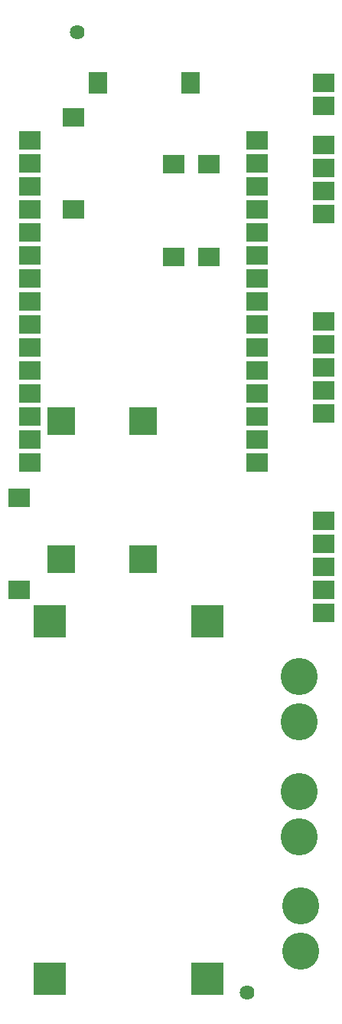
<source format=gbs>
G04 Layer: BottomSolderMaskLayer*
G04 EasyEDA Pro v2.2.43.4, 2025-11-30 00:10:42*
G04 Gerber Generator version 0.3*
G04 Scale: 100 percent, Rotated: No, Reflected: No*
G04 Dimensions in millimeters*
G04 Leading zeros omitted, absolute positions, 4 integers and 5 decimals*
G04 Generated by custom config*
%FSLAX45Y45*%
%MOMM*%
%AMRoundRect*1,1,$1,$2,$3*1,1,$1,$4,$5*1,1,$1,0-$2,0-$3*1,1,$1,0-$4,0-$5*20,1,$1,$2,$3,$4,$5,0*20,1,$1,$4,$5,0-$2,0-$3,0*20,1,$1,0-$2,0-$3,0-$4,0-$5,0*20,1,$1,0-$4,0-$5,$2,$3,0*4,1,4,$2,$3,$4,$5,0-$2,0-$3,0-$4,0-$5,$2,$3,0*%
%ADD10C,1.6256*%
%ADD11RoundRect,0.09691X-1.15234X-1.00234X-1.15234X1.00234*%
%ADD12C,4.1016*%
%ADD13RoundRect,0.09691X-1.00234X1.15234X1.00234X1.15234*%
%ADD14RoundRect,0.09881X-1.75139X-1.75139X-1.75139X1.75139*%
%ADD15RoundRect,0.1005X-1.50161X-1.50161X-1.50161X1.50161*%
%ADD16RoundRect,0.09838X-1.50161X-1.50161X-1.50161X1.50161*%
%ADD17RoundRect,0.09838X-1.50161X1.50161X1.50161X1.50161*%
G75*


G04 Pad Start*
G54D10*
G01X2880000Y200000D03*
G01X1000000Y10800000D03*
G54D11*
G01X3725846Y6590747D03*
G01X3725846Y6844747D03*
G01X3725846Y7098747D03*
G01X3725846Y7352747D03*
G01X3725846Y7606747D03*
G01X3725846Y4385297D03*
G01X3725846Y4639297D03*
G01X3725846Y4893297D03*
G01X3725846Y5147297D03*
G01X3725846Y5401297D03*
G01X3725846Y9554197D03*
G01X3725846Y9300197D03*
G01X3725846Y9046197D03*
G01X3725846Y8792197D03*
G54D12*
G01X3475300Y651256D03*
G01X3475300Y1152144D03*
G01X3462570Y3181609D03*
G01X3462570Y3682497D03*
G01X3462570Y1916433D03*
G01X3462570Y2417321D03*
G54D11*
G01X358700Y4638396D03*
G01X358700Y5658409D03*
G01X2066900Y8317293D03*
G01X2066900Y9337306D03*
G01X2460346Y8320290D03*
G01X2460346Y9340304D03*
G01X479146Y6048997D03*
G01X479146Y6302997D03*
G01X479146Y6556997D03*
G01X479146Y6810997D03*
G01X479146Y7064997D03*
G01X479146Y7318997D03*
G01X479146Y7572997D03*
G01X479146Y7826997D03*
G01X479146Y8080997D03*
G01X479146Y8334997D03*
G01X479146Y8588997D03*
G01X479146Y8842997D03*
G01X479146Y9096997D03*
G01X479146Y9350997D03*
G01X479146Y9604997D03*
G01X2989100Y6048997D03*
G01X2989100Y6302997D03*
G01X2989100Y6556997D03*
G01X2989100Y6810997D03*
G01X2989100Y7064997D03*
G01X2989100Y7318997D03*
G01X2989100Y7572997D03*
G01X2989100Y7826997D03*
G01X2989100Y8080997D03*
G01X2989100Y8334997D03*
G01X2989100Y8588997D03*
G01X2989100Y8842997D03*
G01X2989100Y9096997D03*
G01X2989100Y9350997D03*
G01X2989100Y9604997D03*
G01X962000Y8837993D03*
G01X962000Y9858006D03*
G01X3727845Y9980500D03*
G01X3727845Y10234500D03*
G54D13*
G01X1235582Y10238314D03*
G01X2255595Y10238314D03*
G54D14*
G01X697196Y351187D03*
G01X2444796Y351187D03*
G01X697196Y4298787D03*
G01X2444796Y4298787D03*
G54D16*
G01X822700Y4983100D03*
G01X1734100Y4983100D03*
G54D17*
G01X822700Y6507100D03*
G54D16*
G01X1734100Y6507100D03*
G04 Pad End*

M02*


</source>
